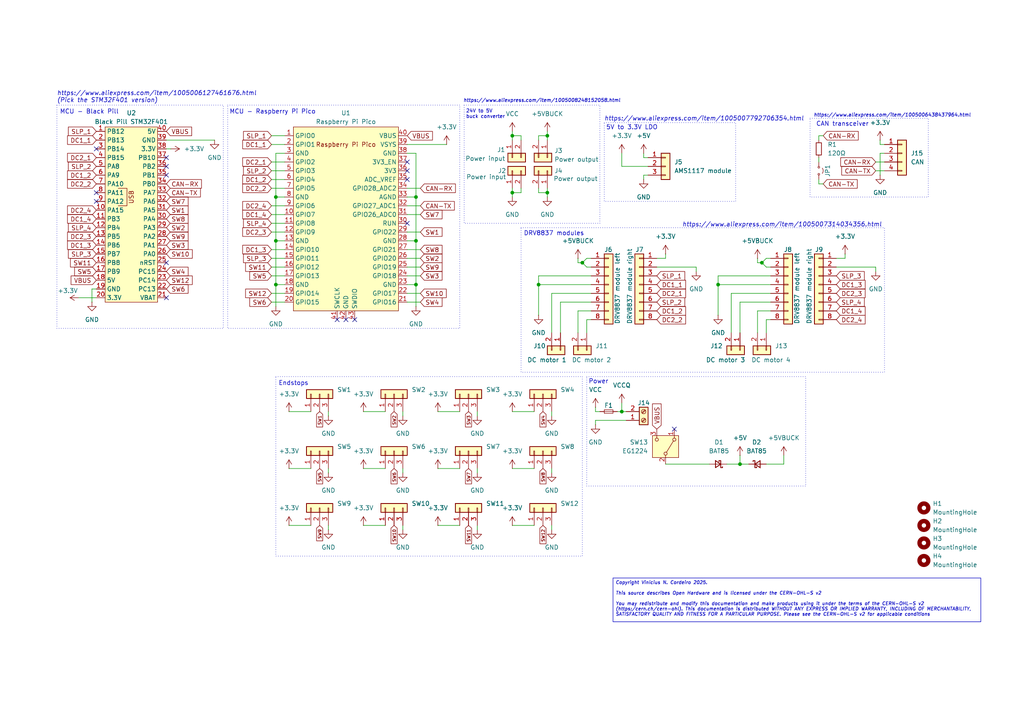
<source format=kicad_sch>
(kicad_sch (version 20231120) (generator "eeschema") (generator_version "8.0")
  (paper "A4")
  (title_block (title "BoxTurtle DC motors standalone board") (date "2025-02-03") (rev "2.1"))
  (lib_symbols
    (symbol "Connector:Screw_Terminal_01x02" (pin_names (offset 1.016) hide)
      (property "Reference" "J" (at 0 2.54 0))
      (property "Value" "Screw_Terminal_01x02" (at 0 -5.08 0))
      (symbol "Screw_Terminal_01x02_1_1"
        (pin passive line (at -5.08 0 0) (length 3.81) (name "Pin_1") (number "1"))
        (pin passive line (at -5.08 -2.54 0) (length 3.81) (name "Pin_2") (number "2"))
      )
    )
    (symbol "Connector_Generic:Conn_01x02" (pin_names (offset 1.016) hide)
      (property "Reference" "J" (at 0 2.54 0))
      (property "Value" "Conn_01x02" (at 0 -5.08 0))
      (symbol "Conn_01x02_1_1"
        (pin passive line (at -5.08 0 0) (length 3.81) (name "Pin_1") (number "1"))
        (pin passive line (at -5.08 -2.54 0) (length 3.81) (name "Pin_2") (number "2"))
      )
    )
    (symbol "Connector_Generic:Conn_01x03" (pin_names (offset 1.016) hide)
      (property "Reference" "J" (at 0 5.08 0))
      (property "Value" "Conn_01x03" (at 0 -5.08 0))
      (symbol "Conn_01x03_1_1"
        (pin passive line (at -5.08 2.54 0) (length 3.81) (name "Pin_1") (number "1"))
        (pin passive line (at -5.08 0 0) (length 3.81) (name "Pin_2") (number "2"))
        (pin passive line (at -5.08 -2.54 0) (length 3.81) (name "Pin_3") (number "3"))
      )
    )
    (symbol "Connector_Generic:Conn_01x04" (pin_names (offset 1.016) hide)
      (property "Reference" "J" (at 0 5.08 0))
      (property "Value" "Conn_01x04" (at 0 -7.62 0))
      (symbol "Conn_01x04_1_1"
        (pin passive line (at -5.08 2.54 0) (length 3.81) (name "Pin_1") (number "1"))
        (pin passive line (at -5.08 0 0) (length 3.81) (name "Pin_2") (number "2"))
        (pin passive line (at -5.08 -2.54 0) (length 3.81) (name "Pin_3") (number "3"))
        (pin passive line (at -5.08 -5.08 0) (length 3.81) (name "Pin_4") (number "4"))
      )
    )
    (symbol "Connector_Generic:Conn_01x08" (pin_names (offset 1.016) hide)
      (property "Reference" "J" (at 0 10.16 0))
      (property "Value" "Conn_01x08" (at 0 -12.7 0))
      (symbol "Conn_01x08_1_1"
        (pin passive line (at -5.08 7.62 0) (length 3.81) (name "Pin_1") (number "1"))
        (pin passive line (at -5.08 5.08 0) (length 3.81) (name "Pin_2") (number "2"))
        (pin passive line (at -5.08 2.54 0) (length 3.81) (name "Pin_3") (number "3"))
        (pin passive line (at -5.08 0 0) (length 3.81) (name "Pin_4") (number "4"))
        (pin passive line (at -5.08 -2.54 0) (length 3.81) (name "Pin_5") (number "5"))
        (pin passive line (at -5.08 -5.08 0) (length 3.81) (name "Pin_6") (number "6"))
        (pin passive line (at -5.08 -7.62 0) (length 3.81) (name "Pin_7") (number "7"))
        (pin passive line (at -5.08 -10.16 0) (length 3.81) (name "Pin_8") (number "8"))
      )
    )
    (symbol "Device:D_Schottky_Small" (pin_numbers hide) (pin_names (offset 0.254) hide)
      (property "Reference" "D" (at -1.27 2.032 0))
      (property "Value" "D_Schottky_Small" (at -7.112 -2.032 0))
      (symbol "D_Schottky_Small_1_1"
        (pin passive line (at -2.54 0 0) (length 1.778) (name "K") (number "1"))
        (pin passive line (at 2.54 0 180) (length 1.778) (name "A") (number "2"))
      )
    )
    (symbol "Device:Fuse_Small" (pin_numbers hide) (pin_names (offset 0.254) hide)
      (property "Reference" "F" (at 0 -1.524 0))
      (property "Value" "Fuse_Small" (at 0 1.524 0))
      (symbol "Fuse_Small_1_1"
        (pin passive line (at -2.54 0 0) (length 1.27) (name "~") (number "1"))
        (pin passive line (at 2.54 0 180) (length 1.27) (name "~") (number "2"))
      )
    )
    (symbol "Device:R_Small" (pin_numbers hide) (pin_names (offset 0.254) hide)
      (property "Reference" "R" (at 0.762 0.508 0))
      (property "Value" "R_Small" (at 0.762 -1.016 0))
      (symbol "R_Small_1_1"
        (pin passive line (at 0 2.54 270) (length 0.762) (name "~") (number "1"))
        (pin passive line (at 0 -2.54 90) (length 0.762) (name "~") (number "2"))
      )
    )
    (symbol "Jumper:Jumper_2_Small_Open" (pin_numbers hide) (pin_names (offset 0) hide) (exclude_from_sim yes)
      (property "Reference" "JP" (at 0 2.794 0))
      (property "Value" "Jumper_2_Small_Open" (at 0 -2.286 0))
      (symbol "Jumper_2_Small_Open_1_1"
        (pin passive line (at -2.54 0 0) (length 1.27) (name "A") (number "1"))
        (pin passive line (at 2.54 0 180) (length 1.27) (name "B") (number "2"))
      )
    )
    (symbol "MCU_RaspberryPi_and_Boards:Pico"
      (property "Reference" "U" (at -13.97 27.94 0))
      (property "Value" "Pico" (at 0 19.05 0))
      (symbol "Pico_0_0"
        (text "Raspberry Pi Pico" (at 0 21.59 0) (effects (font (size 1.27 1.27))))
      )
      (symbol "Pico_1_1"
        (pin bidirectional line (at -17.78 24.13 0) (length 2.54) (name "GPIO0") (number "1"))
        (pin bidirectional line (at -17.78 1.27 0) (length 2.54) (name "GPIO7") (number "10"))
        (pin bidirectional line (at -17.78 -1.27 0) (length 2.54) (name "GPIO8") (number "11"))
        (pin bidirectional line (at -17.78 -3.81 0) (length 2.54) (name "GPIO9") (number "12"))
        (pin power_in line (at -17.78 -6.35 0) (length 2.54) (name "GND") (number "13"))
        (pin bidirectional line (at -17.78 -8.89 0) (length 2.54) (name "GPIO10") (number "14"))
        (pin bidirectional line (at -17.78 -11.43 0) (length 2.54) (name "GPIO11") (number "15"))
        (pin bidirectional line (at -17.78 -13.97 0) (length 2.54) (name "GPIO12") (number "16"))
        (pin bidirectional line (at -17.78 -16.51 0) (length 2.54) (name "GPIO13") (number "17"))
        (pin power_in line (at -17.78 -19.05 0) (length 2.54) (name "GND") (number "18"))
        (pin bidirectional line (at -17.78 -21.59 0) (length 2.54) (name "GPIO14") (number "19"))
        (pin bidirectional line (at -17.78 21.59 0) (length 2.54) (name "GPIO1") (number "2"))
        (pin bidirectional line (at -17.78 -24.13 0) (length 2.54) (name "GPIO15") (number "20"))
        (pin bidirectional line (at 17.78 -24.13 180) (length 2.54) (name "GPIO16") (number "21"))
        (pin bidirectional line (at 17.78 -21.59 180) (length 2.54) (name "GPIO17") (number "22"))
        (pin power_in line (at 17.78 -19.05 180) (length 2.54) (name "GND") (number "23"))
        (pin bidirectional line (at 17.78 -16.51 180) (length 2.54) (name "GPIO18") (number "24"))
        (pin bidirectional line (at 17.78 -13.97 180) (length 2.54) (name "GPIO19") (number "25"))
        (pin bidirectional line (at 17.78 -11.43 180) (length 2.54) (name "GPIO20") (number "26"))
        (pin bidirectional line (at 17.78 -8.89 180) (length 2.54) (name "GPIO21") (number "27"))
        (pin power_in line (at 17.78 -6.35 180) (length 2.54) (name "GND") (number "28"))
        (pin bidirectional line (at 17.78 -3.81 180) (length 2.54) (name "GPIO22") (number "29"))
        (pin power_in line (at -17.78 19.05 0) (length 2.54) (name "GND") (number "3"))
        (pin input line (at 17.78 -1.27 180) (length 2.54) (name "RUN") (number "30"))
        (pin bidirectional line (at 17.78 1.27 180) (length 2.54) (name "GPIO26_ADC0") (number "31"))
        (pin bidirectional line (at 17.78 3.81 180) (length 2.54) (name "GPIO27_ADC1") (number "32"))
        (pin power_in line (at 17.78 6.35 180) (length 2.54) (name "AGND") (number "33"))
        (pin bidirectional line (at 17.78 8.89 180) (length 2.54) (name "GPIO28_ADC2") (number "34"))
        (pin power_in line (at 17.78 11.43 180) (length 2.54) (name "ADC_VREF") (number "35"))
        (pin power_in line (at 17.78 13.97 180) (length 2.54) (name "3V3") (number "36"))
        (pin input line (at 17.78 16.51 180) (length 2.54) (name "3V3_EN") (number "37"))
        (pin bidirectional line (at 17.78 19.05 180) (length 2.54) (name "GND") (number "38"))
        (pin power_in line (at 17.78 21.59 180) (length 2.54) (name "VSYS") (number "39"))
        (pin bidirectional line (at -17.78 16.51 0) (length 2.54) (name "GPIO2") (number "4"))
        (pin power_in line (at 17.78 24.13 180) (length 2.54) (name "VBUS") (number "40"))
        (pin input line (at -2.54 -29.21 90) (length 2.54) (name "SWCLK") (number "41"))
        (pin power_in line (at 0 -29.21 90) (length 2.54) (name "GND") (number "42"))
        (pin bidirectional line (at 2.54 -29.21 90) (length 2.54) (name "SWDIO") (number "43"))
        (pin bidirectional line (at -17.78 13.97 0) (length 2.54) (name "GPIO3") (number "5"))
        (pin bidirectional line (at -17.78 11.43 0) (length 2.54) (name "GPIO4") (number "6"))
        (pin bidirectional line (at -17.78 8.89 0) (length 2.54) (name "GPIO5") (number "7"))
        (pin power_in line (at -17.78 6.35 0) (length 2.54) (name "GND") (number "8"))
        (pin bidirectional line (at -17.78 3.81 0) (length 2.54) (name "GPIO6") (number "9"))
      )
    )
    (symbol "MCU_STM32_Boards:Blackpill_STM32F401"
      (property "Reference" "U" (at 0 27.686 0))
      (symbol "Blackpill_STM32F401_1_1"
        (text "USB" (at 0 5.08 900) (effects (font (size 1.27 1.27))))
        (pin input line (at -10.16 24.13 0) (length 2.54) (name "PB12") (number "1"))
        (pin input line (at -10.16 1.27 0) (length 2.54) (name "PA15") (number "10"))
        (pin input line (at -10.16 -1.27 0) (length 2.54) (name "PB3") (number "11"))
        (pin input line (at -10.16 -3.81 0) (length 2.54) (name "PB4") (number "12"))
        (pin input line (at -10.16 -6.35 0) (length 2.54) (name "PB5") (number "13"))
        (pin input line (at -10.16 -8.89 0) (length 2.54) (name "PB6") (number "14"))
        (pin input line (at -10.16 -11.43 0) (length 2.54) (name "PB7") (number "15"))
        (pin input line (at -10.16 -13.97 0) (length 2.54) (name "PB8") (number "16"))
        (pin input line (at -10.16 -16.51 0) (length 2.54) (name "PB9") (number "17"))
        (pin power_in line (at -10.16 -19.05 0) (length 2.54) (name "5V") (number "18"))
        (pin power_in line (at -10.16 -21.59 0) (length 2.54) (name "GND") (number "19"))
        (pin input line (at -10.16 21.59 0) (length 2.54) (name "PB13") (number "2"))
        (pin power_in line (at -10.16 -24.13 0) (length 2.54) (name "3.3V") (number "20"))
        (pin power_in line (at 10.16 -24.13 180) (length 2.54) (name "VBAT") (number "21"))
        (pin input line (at 10.16 -21.59 180) (length 2.54) (name "PC13") (number "22"))
        (pin input line (at 10.16 -19.05 180) (length 2.54) (name "PC14") (number "23"))
        (pin input line (at 10.16 -16.51 180) (length 2.54) (name "PC15") (number "24"))
        (pin input line (at 10.16 -13.97 180) (length 2.54) (name "nRST") (number "25"))
        (pin input line (at 10.16 -11.43 180) (length 2.54) (name "PA0") (number "26"))
        (pin input line (at 10.16 -8.89 180) (length 2.54) (name "PA1") (number "27"))
        (pin input line (at 10.16 -6.35 180) (length 2.54) (name "PA2") (number "28"))
        (pin input line (at 10.16 -3.81 180) (length 2.54) (name "PA3") (number "29"))
        (pin input line (at -10.16 19.05 0) (length 2.54) (name "PB14") (number "3"))
        (pin input line (at 10.16 -1.27 180) (length 2.54) (name "PA4") (number "30"))
        (pin input line (at 10.16 1.27 180) (length 2.54) (name "PA5") (number "31"))
        (pin input line (at 10.16 3.81 180) (length 2.54) (name "PA6") (number "32"))
        (pin input line (at 10.16 6.35 180) (length 2.54) (name "PA7") (number "33"))
        (pin input line (at 10.16 8.89 180) (length 2.54) (name "PB0") (number "34"))
        (pin input line (at 10.16 11.43 180) (length 2.54) (name "PB1") (number "35"))
        (pin input line (at 10.16 13.97 180) (length 2.54) (name "PB2") (number "36"))
        (pin input line (at 10.16 16.51 180) (length 2.54) (name "PB10") (number "37"))
        (pin power_in line (at 10.16 19.05 180) (length 2.54) (name "3.3V") (number "38"))
        (pin power_in line (at 10.16 21.59 180) (length 2.54) (name "GND") (number "39"))
        (pin input line (at -10.16 16.51 0) (length 2.54) (name "PB15") (number "4"))
        (pin power_in line (at 10.16 24.13 180) (length 2.54) (name "5V") (number "40"))
        (pin input line (at -10.16 13.97 0) (length 2.54) (name "PA8") (number "5"))
        (pin input line (at -10.16 11.43 0) (length 2.54) (name "PA9") (number "6"))
        (pin input line (at -10.16 8.89 0) (length 2.54) (name "PA10") (number "7"))
        (pin input line (at -10.16 6.35 0) (length 2.54) (name "PA11") (number "8"))
        (pin input line (at -10.16 3.81 0) (length 2.54) (name "PA12") (number "9"))
      )
    )
    (symbol "Mechanical:MountingHole" (pin_names (offset 1.016)) (exclude_from_sim yes) (in_bom no)
      (property "Reference" "H" (at 0 5.08 0))
      (property "Value" "MountingHole" (at 0 3.175 0))
    )
    (symbol "Switch:SW_SPDT" (pin_names (offset 0) hide)
      (property "Reference" "SW" (at 0 5.08 0))
      (property "Value" "SW_SPDT" (at 0 -5.08 0))
      (symbol "SW_SPDT_1_1"
        (pin passive line (at 5.08 2.54 180) (length 2.54) (name "A") (number "1"))
        (pin passive line (at -5.08 0 0) (length 2.54) (name "B") (number "2"))
        (pin passive line (at 5.08 -2.54 180) (length 2.54) (name "C") (number "3"))
      )
    )
    (symbol "power:+3.3V" (power) (pin_numbers hide) (pin_names (offset 0) hide)
      (property "Value" "+3.3V" (at 0 3.556 0))
      (symbol "+3.3V_1_1"
        (pin power_in line (at 0 0 90) (length 0) (name "~") (number "1"))
      )
    )
    (symbol "power:+5V" (power) (pin_numbers hide) (pin_names (offset 0) hide)
      (property "Value" "+5V" (at 0 3.556 0))
      (symbol "+5V_1_1"
        (pin power_in line (at 0 0 90) (length 0) (name "~") (number "1"))
      )
    )
    (symbol "power:+5VP" (power) (pin_numbers hide) (pin_names (offset 0) hide)
      (property "Value" "+5VP" (at 0 3.556 0))
      (symbol "+5VP_1_1"
        (pin power_in line (at 0 0 90) (length 0) (name "~") (number "1"))
      )
    )
    (symbol "power:GND" (power) (pin_numbers hide) (pin_names (offset 0) hide)
      (property "Value" "GND" (at 0 -3.81 0))
      (symbol "GND_1_1"
        (pin power_in line (at 0 0 270) (length 0) (name "~") (number "1"))
      )
    )
    (symbol "power:VCC" (power) (pin_numbers hide) (pin_names (offset 0) hide)
      (property "Value" "VCC" (at 0 3.556 0))
      (symbol "VCC_1_1"
        (pin power_in line (at 0 0 90) (length 0) (name "~") (number "1"))
      )
    )
    (symbol "power:VCCQ" (power) (pin_numbers hide) (pin_names (offset 0) hide)
      (property "Value" "VCCQ" (at 0 3.556 0))
      (symbol "VCCQ_1_1"
        (pin power_in line (at 0 0 90) (length 0) (name "~") (number "1"))
      )
    )
  )
  (junction (at 120.65 69.85))
  (junction (at 156.21 82.55))
  (junction (at 80.01 57.15))
  (junction (at 80.01 82.55))
  (junction (at 180.34 119.38))
  (junction (at 148.59 55.88))
  (junction (at 158.75 55.88))
  (junction (at 120.65 82.55))
  (junction (at 148.59 39.37))
  (junction (at 208.28 82.55))
  (junction (at 220.98 76.2))
  (junction (at 80.01 69.85))
  (junction (at 158.75 39.37))
  (junction (at 120.65 57.15))
  (junction (at 214.63 134.62))
  (junction (at 168.91 76.2))
  (no_connect (at 48.26 86.36))
  (no_connect (at 48.26 45.72))
  (no_connect (at 48.26 48.26))
  (no_connect (at 27.94 58.42))
  (no_connect (at 118.11 49.53))
  (no_connect (at 118.11 52.07))
  (no_connect (at 195.58 124.46))
  (no_connect (at 48.26 76.2))
  (no_connect (at 27.94 43.18))
  (no_connect (at 118.11 46.99))
  (no_connect (at 102.87 92.71))
  (no_connect (at 27.94 55.88))
  (no_connect (at 100.33 92.71))
  (no_connect (at 48.26 50.8))
  (no_connect (at 118.11 64.77))
  (no_connect (at 97.79 92.71))
  (wire (pts (xy 186.69 44.45) (xy 186.69 45.72)))
  (wire (pts (xy 48.26 43.18) (xy 49.53 43.18)))
  (wire (pts (xy 223.52 87.63) (xy 214.63 87.63)))
  (wire (pts (xy 78.74 46.99) (xy 82.55 46.99)))
  (wire (pts (xy 214.63 134.62) (xy 217.17 134.62)))
  (wire (pts (xy 22.86 86.36) (xy 27.94 86.36)))
  (wire (pts (xy 254 49.53) (xy 256.54 49.53)))
  (wire (pts (xy 156.21 80.01) (xy 156.21 82.55)))
  (wire (pts (xy 118.11 67.31) (xy 121.92 67.31)))
  (wire (pts (xy 171.45 90.17) (xy 167.64 90.17)))
  (wire (pts (xy 83.82 152.4) (xy 90.17 152.4)))
  (wire (pts (xy 223.52 92.71) (xy 222.25 92.71)))
  (wire (pts (xy 180.34 48.26) (xy 187.96 48.26)))
  (wire (pts (xy 171.45 92.71) (xy 170.18 92.71)))
  (wire (pts (xy 83.82 119.38) (xy 90.17 119.38)))
  (wire (pts (xy 238.76 39.37) (xy 237.49 39.37)))
  (wire (pts (xy 237.49 53.34) (xy 237.49 52.07)))
  (wire (pts (xy 162.56 87.63) (xy 162.56 96.52)))
  (wire (pts (xy 120.65 57.15) (xy 120.65 44.45)))
  (wire (pts (xy 158.75 38.1) (xy 158.75 39.37)))
  (wire (pts (xy 148.59 152.4) (xy 154.94 152.4)))
  (wire (pts (xy 160.02 135.89) (xy 160.02 137.16)))
  (wire (pts (xy 170.18 92.71) (xy 170.18 96.52)))
  (wire (pts (xy 118.11 72.39) (xy 121.92 72.39)))
  (wire (pts (xy 208.28 82.55) (xy 223.52 82.55)))
  (wire (pts (xy 156.21 54.61) (xy 156.21 55.88)))
  (wire (pts (xy 242.57 77.47) (xy 254 77.47)))
  (wire (pts (xy 148.59 119.38) (xy 154.94 119.38)))
  (wire (pts (xy 118.11 74.93) (xy 121.92 74.93)))
  (wire (pts (xy 156.21 39.37) (xy 158.75 39.37)))
  (wire (pts (xy 172.72 121.92) (xy 181.61 121.92)))
  (wire (pts (xy 158.75 57.15) (xy 158.75 55.88)))
  (wire (pts (xy 78.74 64.77) (xy 82.55 64.77)))
  (wire (pts (xy 118.11 59.69) (xy 121.92 59.69)))
  (wire (pts (xy 219.71 74.93) (xy 219.71 76.2)))
  (wire (pts (xy 148.59 55.88) (xy 148.59 54.61)))
  (wire (pts (xy 158.75 39.37) (xy 158.75 40.64)))
  (wire (pts (xy 256.54 41.91) (xy 255.27 41.91)))
  (wire (pts (xy 78.74 87.63) (xy 82.55 87.63)))
  (wire (pts (xy 95.25 135.89) (xy 95.25 137.16)))
  (wire (pts (xy 193.04 73.66) (xy 193.04 74.93)))
  (wire (pts (xy 151.13 54.61) (xy 151.13 55.88)))
  (wire (pts (xy 160.02 152.4) (xy 160.02 153.67)))
  (wire (pts (xy 219.71 90.17) (xy 219.71 96.52)))
  (wire (pts (xy 105.41 152.4) (xy 111.76 152.4)))
  (wire (pts (xy 138.43 152.4) (xy 138.43 153.67)))
  (wire (pts (xy 156.21 80.01) (xy 171.45 80.01)))
  (wire (pts (xy 80.01 57.15) (xy 80.01 44.45)))
  (wire (pts (xy 120.65 44.45) (xy 118.11 44.45)))
  (wire (pts (xy 156.21 40.64) (xy 156.21 39.37)))
  (wire (pts (xy 48.26 40.64) (xy 62.23 40.64)))
  (wire (pts (xy 242.57 74.93) (xy 245.11 74.93)))
  (wire (pts (xy 80.01 44.45) (xy 82.55 44.45)))
  (wire (pts (xy 179.07 119.38) (xy 180.34 119.38)))
  (wire (pts (xy 214.63 132.08) (xy 214.63 134.62)))
  (wire (pts (xy 116.84 135.89) (xy 116.84 137.16)))
  (wire (pts (xy 171.45 77.47) (xy 170.18 77.47)))
  (wire (pts (xy 116.84 119.38) (xy 116.84 120.65)))
  (wire (pts (xy 254 78.74) (xy 254 77.47)))
  (wire (pts (xy 210.82 134.62) (xy 214.63 134.62)))
  (wire (pts (xy 78.74 74.93) (xy 82.55 74.93)))
  (wire (pts (xy 156.21 82.55) (xy 156.21 91.44)))
  (wire (pts (xy 80.01 82.55) (xy 80.01 69.85)))
  (wire (pts (xy 120.65 88.9) (xy 120.65 82.55)))
  (wire (pts (xy 105.41 135.89) (xy 111.76 135.89)))
  (wire (pts (xy 172.72 121.92) (xy 172.72 123.19)))
  (wire (pts (xy 156.21 82.55) (xy 171.45 82.55)))
  (wire (pts (xy 219.71 76.2) (xy 220.98 76.2)))
  (wire (pts (xy 148.59 135.89) (xy 154.94 135.89)))
  (wire (pts (xy 80.01 82.55) (xy 82.55 82.55)))
  (wire (pts (xy 116.84 152.4) (xy 116.84 153.67)))
  (wire (pts (xy 27.94 83.82) (xy 26.67 83.82)))
  (wire (pts (xy 237.49 45.72) (xy 237.49 46.99)))
  (wire (pts (xy 120.65 82.55) (xy 120.65 69.85)))
  (wire (pts (xy 190.5 74.93) (xy 193.04 74.93)))
  (wire (pts (xy 160.02 119.38) (xy 160.02 120.65)))
  (wire (pts (xy 118.11 54.61) (xy 121.92 54.61)))
  (wire (pts (xy 186.69 45.72) (xy 187.96 45.72)))
  (wire (pts (xy 78.74 67.31) (xy 82.55 67.31)))
  (wire (pts (xy 256.54 44.45) (xy 255.27 44.45)))
  (wire (pts (xy 173.99 119.38) (xy 172.72 119.38)))
  (wire (pts (xy 214.63 87.63) (xy 214.63 96.52)))
  (wire (pts (xy 118.11 77.47) (xy 121.92 77.47)))
  (wire (pts (xy 118.11 80.01) (xy 121.92 80.01)))
  (wire (pts (xy 255.27 41.91) (xy 255.27 40.64)))
  (wire (pts (xy 208.28 80.01) (xy 223.52 80.01)))
  (wire (pts (xy 118.11 62.23) (xy 121.92 62.23)))
  (wire (pts (xy 238.76 53.34) (xy 237.49 53.34)))
  (wire (pts (xy 95.25 119.38) (xy 95.25 120.65)))
  (wire (pts (xy 223.52 85.09) (xy 212.09 85.09)))
  (wire (pts (xy 80.01 69.85) (xy 80.01 57.15)))
  (wire (pts (xy 187.96 50.8) (xy 186.69 50.8)))
  (wire (pts (xy 80.01 57.15) (xy 82.55 57.15)))
  (wire (pts (xy 170.18 74.93) (xy 171.45 74.93)))
  (wire (pts (xy 201.93 78.74) (xy 201.93 77.47)))
  (wire (pts (xy 255.27 44.45) (xy 255.27 50.8)))
  (wire (pts (xy 78.74 77.47) (xy 82.55 77.47)))
  (wire (pts (xy 222.25 77.47) (xy 220.98 76.2)))
  (wire (pts (xy 80.01 69.85) (xy 82.55 69.85)))
  (wire (pts (xy 138.43 135.89) (xy 138.43 137.16)))
  (wire (pts (xy 208.28 82.55) (xy 208.28 91.44)))
  (wire (pts (xy 186.69 50.8) (xy 186.69 52.07)))
  (wire (pts (xy 223.52 77.47) (xy 222.25 77.47)))
  (wire (pts (xy 167.64 90.17) (xy 167.64 96.52)))
  (wire (pts (xy 160.02 85.09) (xy 160.02 96.52)))
  (wire (pts (xy 222.25 92.71) (xy 222.25 96.52)))
  (wire (pts (xy 95.25 152.4) (xy 95.25 153.67)))
  (wire (pts (xy 167.64 76.2) (xy 168.91 76.2)))
  (wire (pts (xy 227.33 134.62) (xy 222.25 134.62)))
  (wire (pts (xy 171.45 87.63) (xy 162.56 87.63)))
  (wire (pts (xy 180.34 116.84) (xy 180.34 119.38)))
  (wire (pts (xy 193.04 134.62) (xy 205.74 134.62)))
  (wire (pts (xy 254 46.99) (xy 256.54 46.99)))
  (wire (pts (xy 78.74 85.09) (xy 82.55 85.09)))
  (wire (pts (xy 148.59 57.15) (xy 148.59 55.88)))
  (wire (pts (xy 120.65 69.85) (xy 120.65 57.15)))
  (wire (pts (xy 170.18 77.47) (xy 168.91 76.2)))
  (wire (pts (xy 227.33 132.08) (xy 227.33 134.62)))
  (wire (pts (xy 118.11 41.91) (xy 129.54 41.91)))
  (wire (pts (xy 78.74 41.91) (xy 82.55 41.91)))
  (wire (pts (xy 222.25 74.93) (xy 223.52 74.93)))
  (wire (pts (xy 212.09 85.09) (xy 212.09 96.52)))
  (wire (pts (xy 148.59 38.1) (xy 148.59 39.37)))
  (wire (pts (xy 78.74 54.61) (xy 82.55 54.61)))
  (wire (pts (xy 118.11 69.85) (xy 120.65 69.85)))
  (wire (pts (xy 78.74 52.07) (xy 82.55 52.07)))
  (wire (pts (xy 78.74 72.39) (xy 82.55 72.39)))
  (wire (pts (xy 180.34 44.45) (xy 180.34 48.26)))
  (wire (pts (xy 118.11 85.09) (xy 121.92 85.09)))
  (wire (pts (xy 237.49 39.37) (xy 237.49 40.64)))
  (wire (pts (xy 245.11 73.66) (xy 245.11 74.93)))
  (wire (pts (xy 190.5 77.47) (xy 201.93 77.47)))
  (wire (pts (xy 127 152.4) (xy 133.35 152.4)))
  (wire (pts (xy 220.98 76.2) (xy 222.25 74.93)))
  (wire (pts (xy 172.72 119.38) (xy 172.72 118.11)))
  (wire (pts (xy 78.74 49.53) (xy 82.55 49.53)))
  (wire (pts (xy 223.52 90.17) (xy 219.71 90.17)))
  (wire (pts (xy 83.82 135.89) (xy 90.17 135.89)))
  (wire (pts (xy 158.75 55.88) (xy 158.75 54.61)))
  (wire (pts (xy 105.41 119.38) (xy 111.76 119.38)))
  (wire (pts (xy 127 135.89) (xy 133.35 135.89)))
  (wire (pts (xy 118.11 87.63) (xy 121.92 87.63)))
  (wire (pts (xy 168.91 76.2) (xy 170.18 74.93)))
  (wire (pts (xy 78.74 59.69) (xy 82.55 59.69)))
  (wire (pts (xy 78.74 80.01) (xy 82.55 80.01)))
  (wire (pts (xy 156.21 55.88) (xy 158.75 55.88)))
  (wire (pts (xy 118.11 82.55) (xy 120.65 82.55)))
  (wire (pts (xy 167.64 74.93) (xy 167.64 76.2)))
  (wire (pts (xy 208.28 80.01) (xy 208.28 82.55)))
  (wire (pts (xy 180.34 119.38) (xy 181.61 119.38)))
  (wire (pts (xy 138.43 119.38) (xy 138.43 120.65)))
  (wire (pts (xy 171.45 85.09) (xy 160.02 85.09)))
  (wire (pts (xy 151.13 39.37) (xy 148.59 39.37)))
  (wire (pts (xy 148.59 39.37) (xy 148.59 40.64)))
  (wire (pts (xy 127 119.38) (xy 133.35 119.38)))
  (wire (pts (xy 151.13 40.64) (xy 151.13 39.37)))
  (wire (pts (xy 78.74 62.23) (xy 82.55 62.23)))
  (wire (pts (xy 80.01 88.9) (xy 80.01 82.55)))
  (wire (pts (xy 151.13 55.88) (xy 148.59 55.88)))
  (wire (pts (xy 78.74 39.37) (xy 82.55 39.37)))
  (wire (pts (xy 118.11 57.15) (xy 120.65 57.15)))
  (wire (pts (xy 26.67 83.82) (xy 26.67 87.63)))
  (rectangle (start 66.04 30.48) (end 133.35 95.25) (stroke (width 0) (type dot)))
  (rectangle (start 170.18 109.22) (end 233.68 140.97) (stroke (width 0) (type dot)))
  (rectangle (start 175.26 35.56) (end 213.36 58.42) (stroke (width 0) (type dot)))
  (rectangle (start 134.62 30.48) (end 173.99 64.77) (stroke (width 0) (type dot)))
  (rectangle (start 151.13 66.04) (end 256.54 107.95) (stroke (width 0) (type dot)))
  (rectangle (start 80.01 109.22) (end 168.91 161.29) (stroke (width 0) (type dot)))
  (rectangle (start 234.95 34.29) (end 269.24 57.15) (stroke (width 0) (type dot)))
  (rectangle (start 16.51 30.48) (end 64.77 95.25) (stroke (width 0) (type dot)))
  (text_box "Copyright Vinícius N. Cordeiro 2025.\n\nThis source describes Open Hardware and is licensed under the CERN-OHL-S v2\n\nYou may redistribute and modify this documentation and make products using it under the terms of the CERN-OHL-S v2 (https:/cern.ch/cern-ohl). This documentation is distributed WITHOUT ANY EXPRESS OR IMPLIED WARRANTY, INCLUDING OF MERCHANTABILITY, SATISFACTORY QUALITY AND FITNESS FOR A PARTICULAR PURPOSE. Please see the CERN-OHL-S v2 for applicable conditions" (at 177.8 167.64 0) (size 106.68 12.7) (effects (font (size 0.95 0.95) (italic yes)) (justify left top)))
  (text "CAN transceiver" (at 244.348 36.068 0) (effects (font (size 1.27 1.27))))
  (text "MCU - Raspberry Pi Pico" (at 66.548 32.512 0) (effects (font (size 1.27 1.27)) (justify left)))
  (text "https://www.aliexpress.com/item/1005006127461676.html\n(Pick the STM32F401 version)" (at 16.51 28.194 0) (effects (font (size 1.27 1.27) (italic yes)) (justify left)))
  (text "https://www.aliexpress.com/item/1005006438437964.html" (at 235.966 33.528 0) (effects (font (size 1 1) (italic yes)) (justify left)))
  (text "5V to 3.3V LDO" (at 175.768 36.322 0) (effects (font (size 1.27 1.27)) (justify left top)))
  (text "https://www.aliexpress.com/item/1005007792706354.html" (at 175.26 33.782 0) (effects (font (size 1.27 1.27) (italic yes)) (justify left top)))
  (text "MCU - Black Pill" (at 25.908 32.512 0) (effects (font (size 1.27 1.27))))
  (text "https://www.aliexpress.com/item/1005008248152058.html" (at 134.366 28.702 0) (effects (font (size 1 1) (italic yes)) (justify left top)))
  (text "Endstops" (at 80.772 111.252 0) (effects (font (size 1.27 1.27)) (justify left)))
  (text "24V to 5V\nbuck converter" (at 135.128 31.75 0) (effects (font (size 1 1)) (justify left top)))
  (text "DRV8837 modules" (at 151.892 67.056 0) (effects (font (size 1.27 1.27)) (justify left top)))
  (text "https://www.aliexpress.com/item/1005007314034356.html" (at 197.866 64.516 0) (effects (font (size 1.27 1.27) (italic yes)) (justify left top)))
  (text "Power" (at 170.688 110.744 0) (effects (font (size 1.27 1.27)) (justify left)))
  (global_label "DC2_2" (shape input) (at 27.94 53.34 180) (property "Intersheetrefs" "${INTERSHEET_REFS}" (effects (hide yes))))
  (global_label "DC1_4" (shape input) (at 242.57 90.17 0) (property "Intersheetrefs" "${INTERSHEET_REFS}" (effects (hide yes))))
  (global_label "SW8" (shape input) (at 48.26 63.5 0) (property "Intersheetrefs" "${INTERSHEET_REFS}" (effects (hide yes))))
  (global_label "SW6" (shape input) (at 78.74 87.63 180) (property "Intersheetrefs" "${INTERSHEET_REFS}" (effects (hide yes))))
  (global_label "CAN-TX" (shape input) (at 238.76 53.34 0) (property "Intersheetrefs" "${INTERSHEET_REFS}" (effects (hide yes))))
  (global_label "SW7" (shape input) (at 48.26 58.42 0) (property "Intersheetrefs" "${INTERSHEET_REFS}" (effects (hide yes))))
  (global_label "SW4" (shape input) (at 48.26 78.74 0) (property "Intersheetrefs" "${INTERSHEET_REFS}" (effects (hide yes))))
  (global_label "SW3" (shape input) (at 135.89 119.38 270) (effects (font (size 0.9 0.9))) (property "Intersheetrefs" "${INTERSHEET_REFS}" (effects (hide yes))))
  (global_label "CAN-TX" (shape input) (at 48.26 55.88 0) (property "Intersheetrefs" "${INTERSHEET_REFS}" (effects (hide yes))))
  (global_label "SW8" (shape input) (at 121.92 72.39 0) (property "Intersheetrefs" "${INTERSHEET_REFS}" (effects (hide yes))))
  (global_label "SW8" (shape input) (at 157.48 135.89 270) (effects (font (size 0.9 0.9))) (property "Intersheetrefs" "${INTERSHEET_REFS}" (effects (hide yes))))
  (global_label "DC1_3" (shape input) (at 78.74 72.39 180) (property "Intersheetrefs" "${INTERSHEET_REFS}" (effects (hide yes))))
  (global_label "SW10" (shape input) (at 114.3 152.4 270) (effects (font (size 0.9 0.9))) (property "Intersheetrefs" "${INTERSHEET_REFS}" (effects (hide yes))))
  (global_label "SW1" (shape input) (at 48.26 60.96 0) (property "Intersheetrefs" "${INTERSHEET_REFS}" (effects (hide yes))))
  (global_label "SW9" (shape input) (at 92.71 152.4 270) (effects (font (size 0.9 0.9))) (property "Intersheetrefs" "${INTERSHEET_REFS}" (effects (hide yes))))
  (global_label "CAN-TX" (shape input) (at 254 49.53 180) (property "Intersheetrefs" "${INTERSHEET_REFS}" (effects (hide yes))))
  (global_label "SW12" (shape input) (at 48.26 81.28 0) (property "Intersheetrefs" "${INTERSHEET_REFS}" (effects (hide yes))))
  (global_label "SW12" (shape input) (at 157.48 152.4 270) (effects (font (size 0.9 0.9))) (property "Intersheetrefs" "${INTERSHEET_REFS}" (effects (hide yes))))
  (global_label "DC1_2" (shape input) (at 190.5 90.17 0) (property "Intersheetrefs" "${INTERSHEET_REFS}" (effects (hide yes))))
  (global_label "SW7" (shape input) (at 135.89 135.89 270) (effects (font (size 0.9 0.9))) (property "Intersheetrefs" "${INTERSHEET_REFS}" (effects (hide yes))))
  (global_label "SLP_2" (shape input) (at 190.5 87.63 0) (property "Intersheetrefs" "${INTERSHEET_REFS}" (effects (hide yes))))
  (global_label "DC1_4" (shape input) (at 27.94 63.5 180) (property "Intersheetrefs" "${INTERSHEET_REFS}" (effects (hide yes))))
  (global_label "SW9" (shape input) (at 48.26 68.58 0) (property "Intersheetrefs" "${INTERSHEET_REFS}" (effects (hide yes))))
  (global_label "SW4" (shape input) (at 157.48 119.38 270) (effects (font (size 0.9 0.9))) (property "Intersheetrefs" "${INTERSHEET_REFS}" (effects (hide yes))))
  (global_label "SW3" (shape input) (at 121.92 80.01 0) (property "Intersheetrefs" "${INTERSHEET_REFS}" (effects (hide yes))))
  (global_label "DC2_3" (shape input) (at 27.94 68.58 180) (property "Intersheetrefs" "${INTERSHEET_REFS}" (effects (hide yes))))
  (global_label "SLP_2" (shape input) (at 27.94 48.26 180) (property "Intersheetrefs" "${INTERSHEET_REFS}" (effects (hide yes))))
  (global_label "CAN-RX" (shape input) (at 238.76 39.37 0) (property "Intersheetrefs" "${INTERSHEET_REFS}" (effects (hide yes))))
  (global_label "DC1_1" (shape input) (at 190.5 82.55 0) (property "Intersheetrefs" "${INTERSHEET_REFS}" (effects (hide yes))))
  (global_label "DC2_2" (shape input) (at 190.5 92.71 0) (property "Intersheetrefs" "${INTERSHEET_REFS}" (effects (hide yes))))
  (global_label "CAN-RX" (shape input) (at 254 46.99 180) (property "Intersheetrefs" "${INTERSHEET_REFS}" (effects (hide yes))))
  (global_label "DC2_1" (shape input) (at 190.5 85.09 0) (property "Intersheetrefs" "${INTERSHEET_REFS}" (effects (hide yes))))
  (global_label "DC2_4" (shape input) (at 242.57 92.71 0) (property "Intersheetrefs" "${INTERSHEET_REFS}" (effects (hide yes))))
  (global_label "SW2" (shape input) (at 48.26 66.04 0) (property "Intersheetrefs" "${INTERSHEET_REFS}" (effects (hide yes))))
  (global_label "SW9" (shape input) (at 121.92 77.47 0) (property "Intersheetrefs" "${INTERSHEET_REFS}" (effects (hide yes))))
  (global_label "DC2_3" (shape input) (at 78.74 67.31 180) (property "Intersheetrefs" "${INTERSHEET_REFS}" (effects (hide yes))))
  (global_label "DC2_4" (shape input) (at 27.94 60.96 180) (property "Intersheetrefs" "${INTERSHEET_REFS}" (effects (hide yes))))
  (global_label "SW2" (shape input) (at 114.3 119.38 270) (effects (font (size 0.9 0.9))) (property "Intersheetrefs" "${INTERSHEET_REFS}" (effects (hide yes))))
  (global_label "SW4" (shape input) (at 121.92 87.63 0) (property "Intersheetrefs" "${INTERSHEET_REFS}" (effects (hide yes))))
  (global_label "SW5" (shape input) (at 27.94 78.74 180) (property "Intersheetrefs" "${INTERSHEET_REFS}" (effects (hide yes))))
  (global_label "SLP_1" (shape input) (at 190.5 80.01 0) (property "Intersheetrefs" "${INTERSHEET_REFS}" (effects (hide yes))))
  (global_label "SLP_1" (shape input) (at 78.74 39.37 180) (property "Intersheetrefs" "${INTERSHEET_REFS}" (effects (hide yes))))
  (global_label "SW6" (shape input) (at 114.3 135.89 270) (effects (font (size 0.9 0.9))) (property "Intersheetrefs" "${INTERSHEET_REFS}" (effects (hide yes))))
  (global_label "VBUS" (shape input) (at 190.5 124.46 90) (property "Intersheetrefs" "${INTERSHEET_REFS}" (effects (hide yes))))
  (global_label "SLP_1" (shape input) (at 27.94 38.1 180) (property "Intersheetrefs" "${INTERSHEET_REFS}" (effects (hide yes))))
  (global_label "SW11" (shape input) (at 135.89 152.4 270) (effects (font (size 0.9 0.9))) (property "Intersheetrefs" "${INTERSHEET_REFS}" (effects (hide yes))))
  (global_label "SLP_3" (shape input) (at 78.74 74.93 180) (property "Intersheetrefs" "${INTERSHEET_REFS}" (effects (hide yes))))
  (global_label "SLP_3" (shape input) (at 242.57 80.01 0) (property "Intersheetrefs" "${INTERSHEET_REFS}" (effects (hide yes))))
  (global_label "SW1" (shape input) (at 92.71 119.38 270) (effects (font (size 0.9 0.9))) (property "Intersheetrefs" "${INTERSHEET_REFS}" (effects (hide yes))))
  (global_label "SW12" (shape input) (at 78.74 85.09 180) (property "Intersheetrefs" "${INTERSHEET_REFS}" (effects (hide yes))))
  (global_label "SW7" (shape input) (at 121.92 62.23 0) (property "Intersheetrefs" "${INTERSHEET_REFS}" (effects (hide yes))))
  (global_label "CAN-RX" (shape input) (at 48.26 53.34 0) (property "Intersheetrefs" "${INTERSHEET_REFS}" (effects (hide yes))))
  (global_label "DC2_1" (shape input) (at 27.94 45.72 180) (property "Intersheetrefs" "${INTERSHEET_REFS}" (effects (hide yes))))
  (global_label "SLP_4" (shape input) (at 78.74 64.77 180) (property "Intersheetrefs" "${INTERSHEET_REFS}" (effects (hide yes))))
  (global_label "SW5" (shape input) (at 92.71 135.89 270) (effects (font (size 0.9 0.9))) (property "Intersheetrefs" "${INTERSHEET_REFS}" (effects (hide yes))))
  (global_label "VBUS" (shape input) (at 48.26 38.1 0) (property "Intersheetrefs" "${INTERSHEET_REFS}" (effects (hide yes))))
  (global_label "SLP_2" (shape input) (at 78.74 49.53 180) (property "Intersheetrefs" "${INTERSHEET_REFS}" (effects (hide yes))))
  (global_label "DC1_2" (shape input) (at 27.94 50.8 180) (property "Intersheetrefs" "${INTERSHEET_REFS}" (effects (hide yes))))
  (global_label "DC1_1" (shape input) (at 27.94 40.64 180) (property "Intersheetrefs" "${INTERSHEET_REFS}" (effects (hide yes))))
  (global_label "SW3" (shape input) (at 48.26 71.12 0) (property "Intersheetrefs" "${INTERSHEET_REFS}" (effects (hide yes))))
  (global_label "DC2_3" (shape input) (at 242.57 85.09 0) (property "Intersheetrefs" "${INTERSHEET_REFS}" (effects (hide yes))))
  (global_label "DC1_2" (shape input) (at 78.74 52.07 180) (property "Intersheetrefs" "${INTERSHEET_REFS}" (effects (hide yes))))
  (global_label "SW6" (shape input) (at 48.26 83.82 0) (property "Intersheetrefs" "${INTERSHEET_REFS}" (effects (hide yes))))
  (global_label "SW2" (shape input) (at 121.92 74.93 0) (property "Intersheetrefs" "${INTERSHEET_REFS}" (effects (hide yes))))
  (global_label "SW5" (shape input) (at 78.74 80.01 180) (property "Intersheetrefs" "${INTERSHEET_REFS}" (effects (hide yes))))
  (global_label "DC2_2" (shape input) (at 78.74 54.61 180) (property "Intersheetrefs" "${INTERSHEET_REFS}" (effects (hide yes))))
  (global_label "SLP_4" (shape input) (at 27.94 66.04 180) (property "Intersheetrefs" "${INTERSHEET_REFS}" (effects (hide yes))))
  (global_label "CAN-TX" (shape input) (at 121.92 59.69 0) (property "Intersheetrefs" "${INTERSHEET_REFS}" (effects (hide yes))))
  (global_label "DC1_4" (shape input) (at 78.74 62.23 180) (property "Intersheetrefs" "${INTERSHEET_REFS}" (effects (hide yes))))
  (global_label "VBUS" (shape input) (at 118.11 39.37 0) (property "Intersheetrefs" "${INTERSHEET_REFS}" (effects (hide yes))))
  (global_label "CAN-RX" (shape input) (at 121.92 54.61 0) (property "Intersheetrefs" "${INTERSHEET_REFS}" (effects (hide yes))))
  (global_label "SW10" (shape input) (at 121.92 85.09 0) (property "Intersheetrefs" "${INTERSHEET_REFS}" (effects (hide yes))))
  (global_label "SW11" (shape input) (at 27.94 76.2 180) (property "Intersheetrefs" "${INTERSHEET_REFS}" (effects (hide yes))))
  (global_label "DC1_3" (shape input) (at 27.94 71.12 180) (property "Intersheetrefs" "${INTERSHEET_REFS}" (effects (hide yes))))
  (global_label "SLP_4" (shape input) (at 242.57 87.63 0) (property "Intersheetrefs" "${INTERSHEET_REFS}" (effects (hide yes))))
  (global_label "SW11" (shape input) (at 78.74 77.47 180) (property "Intersheetrefs" "${INTERSHEET_REFS}" (effects (hide yes))))
  (global_label "DC1_1" (shape input) (at 78.74 41.91 180) (property "Intersheetrefs" "${INTERSHEET_REFS}" (effects (hide yes))))
  (global_label "SW1" (shape input) (at 121.92 67.31 0) (property "Intersheetrefs" "${INTERSHEET_REFS}" (effects (hide yes))))
  (global_label "DC2_1" (shape input) (at 78.74 46.99 180) (property "Intersheetrefs" "${INTERSHEET_REFS}" (effects (hide yes))))
  (global_label "VBUS" (shape input) (at 27.94 81.28 180) (property "Intersheetrefs" "${INTERSHEET_REFS}" (effects (hide yes))))
  (global_label "DC1_3" (shape input) (at 242.57 82.55 0) (property "Intersheetrefs" "${INTERSHEET_REFS}" (effects (hide yes))))
  (global_label "SLP_3" (shape input) (at 27.94 73.66 180) (property "Intersheetrefs" "${INTERSHEET_REFS}" (effects (hide yes))))
  (global_label "SW10" (shape input) (at 48.26 73.66 0) (property "Intersheetrefs" "${INTERSHEET_REFS}" (effects (hide yes))))
  (global_label "DC2_4" (shape input) (at 78.74 59.69 180) (property "Intersheetrefs" "${INTERSHEET_REFS}" (effects (hide yes))))
  (symbol (lib_id "power:GND") (at 116.84 137.16 0) (unit 1)
    (property "Reference" "#PWR031" (effects (hide yes)))
    (property "Value" "GND" (at 116.84 142.24 0))
    (property "Description" "Power symbol creates a global label with name \"GND\" , ground" (effects (hide yes)))
  )
  (symbol (lib_id "power:GND") (at 26.67 87.63 0) (unit 1)
    (property "Reference" "#PWR050" (effects (hide yes)))
    (property "Value" "GND" (at 26.67 92.71 0))
    (property "Description" "Power symbol creates a global label with name \"GND\" , ground" (effects (hide yes)))
  )
  (symbol (lib_id "Connector_Generic:Conn_01x08") (at 176.53 82.55 0) (unit 1)
    (property "Reference" "J6" (at 175.26 72.3899 0) (effects (justify left)))
    (property "Value" "DRV8837 module left" (at 179.07 93.9799 90) (effects (justify left)))
    (property "Footprint" "Connector_PinSocket_2.54mm:PinSocket_1x08_P2.54mm_Vertical" (effects (hide yes)))
    (property "Description" "Generic connector, single row, 01x08, script generated (kicad-library-utils/schlib/autogen/connector/)" (effects (hide yes)))
  )
  (symbol (lib_id "power:GND") (at 160.02 137.16 0) (unit 1)
    (property "Reference" "#PWR033" (effects (hide yes)))
    (property "Value" "GND" (at 160.02 142.24 0))
    (property "Description" "Power symbol creates a global label with name \"GND\" , ground" (effects (hide yes)))
  )
  (symbol (lib_id "power:+3.3V") (at 83.82 135.89 0) (unit 1)
    (property "Reference" "#PWR026" (effects (hide yes)))
    (property "Value" "+3.3V" (at 83.82 130.81 0))
    (property "Description" "Power symbol creates a global label with name \"+3.3V\"" (effects (hide yes)))
  )
  (symbol (lib_id "power:GND") (at 95.25 137.16 0) (unit 1)
    (property "Reference" "#PWR030" (effects (hide yes)))
    (property "Value" "GND" (at 95.25 142.24 0))
    (property "Description" "Power symbol creates a global label with name \"GND\" , ground" (effects (hide yes)))
  )
  (symbol (lib_id "Mechanical:MountingHole") (at 267.97 162.56 0) (unit 1) (exclude_from_sim yes) (in_bom no)
    (property "Reference" "H4" (at 270.51 161.2899 0) (effects (justify left)))
    (property "Value" "MountingHole" (at 270.51 163.8299 0) (effects (justify left)))
    (property "Footprint" "MountingHole:MountingHole_3.2mm_M3" (effects (hide yes)))
    (property "Description" "Mounting Hole without connection" (effects (hide yes)))
  )
  (symbol (lib_id "power:+3.3V") (at 148.59 119.38 0) (unit 1)
    (property "Reference" "#PWR021" (effects (hide yes)))
    (property "Value" "+3.3V" (at 148.59 114.3 0))
    (property "Description" "Power symbol creates a global label with name \"+3.3V\"" (effects (hide yes)))
  )
  (symbol (lib_id "power:GND") (at 138.43 153.67 0) (unit 1)
    (property "Reference" "#PWR040" (effects (hide yes)))
    (property "Value" "GND" (at 138.43 158.75 0))
    (property "Description" "Power symbol creates a global label with name \"GND\" , ground" (effects (hide yes)))
  )
  (symbol (lib_id "power:GND") (at 160.02 120.65 0) (unit 1)
    (property "Reference" "#PWR025" (effects (hide yes)))
    (property "Value" "GND" (at 160.02 125.73 0))
    (property "Description" "Power symbol creates a global label with name \"GND\" , ground" (effects (hide yes)))
  )
  (symbol (lib_id "power:+3.3V") (at 105.41 119.38 0) (unit 1)
    (property "Reference" "#PWR019" (effects (hide yes)))
    (property "Value" "+3.3V" (at 105.41 114.3 0))
    (property "Description" "Power symbol creates a global label with name \"+3.3V\"" (effects (hide yes)))
  )
  (symbol (lib_id "power:GND") (at 95.25 120.65 0) (unit 1)
    (property "Reference" "#PWR022" (effects (hide yes)))
    (property "Value" "GND" (at 95.25 125.73 0))
    (property "Description" "Power symbol creates a global label with name \"GND\" , ground" (effects (hide yes)))
  )
  (symbol (lib_id "power:GND") (at 158.75 57.15 0) (unit 1)
    (property "Reference" "#PWR04" (effects (hide yes)))
    (property "Value" "GND" (at 158.75 62.23 0))
    (property "Description" "Power symbol creates a global label with name \"GND\" , ground" (effects (hide yes)))
  )
  (symbol (lib_id "power:GND") (at 172.72 123.19 0) (unit 1)
    (property "Reference" "#PWR043" (effects (hide yes)))
    (property "Value" "GND" (at 172.72 128.27 0))
    (property "Description" "Power symbol creates a global label with name \"GND\" , ground" (effects (hide yes)))
  )
  (symbol (lib_id "power:+3.3V") (at 49.53 43.18 270) (unit 1)
    (property "Reference" "#PWR051" (effects (hide yes)))
    (property "Value" "+3.3V" (at 53.34 43.1799 90) (effects (justify left)))
    (property "Description" "Power symbol creates a global label with name \"+3.3V\"" (effects (hide yes)))
  )
  (symbol (lib_id "power:GND") (at 255.27 50.8 0) (unit 1)
    (property "Reference" "#PWR045" (effects (hide yes)))
    (property "Value" "GND" (at 255.27 55.88 0))
    (property "Description" "Power symbol creates a global label with name \"GND\" , ground" (effects (hide yes)))
  )
  (symbol (lib_id "Connector_Generic:Conn_01x03") (at 92.71 147.32 90) (unit 1)
    (property "Reference" "SW9" (at 97.79 146.0499 90) (effects (justify right)))
    (property "Value" "Conn_01x03" (effects (hide yes)))
    (property "Footprint" "Connector_JST:JST_XH_B3B-XH-A_1x03_P2.50mm_Vertical" (effects (hide yes)))
    (property "Description" "Generic connector, single row, 01x03, script generated (kicad-library-utils/schlib/autogen/connector/)" (effects (hide yes)))
  )
  (symbol (lib_id "MCU_STM32_Boards:Blackpill_STM32F401") (at 38.1 62.23 0) (unit 1)
    (property "Reference" "U2" (at 38.1 32.766 0))
    (property "Value" "Black Pill STM32F401" (at 38.1 35.306 0))
    (property "Footprint" "STM32_BlackPill:STM32F401 Black Pill" (effects (hide yes)))
  )
  (symbol (lib_id "Mechanical:MountingHole") (at 267.97 152.4 0) (unit 1) (exclude_from_sim yes) (in_bom no)
    (property "Reference" "H2" (at 270.51 151.1299 0) (effects (justify left)))
    (property "Value" "MountingHole" (at 270.51 153.6699 0) (effects (justify left)))
    (property "Footprint" "MountingHole:MountingHole_3.2mm_M3" (effects (hide yes)))
    (property "Description" "Mounting Hole without connection" (effects (hide yes)))
  )
  (symbol (lib_id "Connector_Generic:Conn_01x03") (at 135.89 147.32 90) (unit 1)
    (property "Reference" "SW11" (at 140.97 146.0499 90) (effects (justify right)))
    (property "Value" "Conn_01x03" (effects (hide yes)))
    (property "Footprint" "Connector_JST:JST_XH_B3B-XH-A_1x03_P2.50mm_Vertical" (effects (hide yes)))
    (property "Description" "Generic connector, single row, 01x03, script generated (kicad-library-utils/schlib/autogen/connector/)" (effects (hide yes)))
  )
  (symbol (lib_id "Connector_Generic:Conn_01x02") (at 148.59 45.72 90) (mirror x) (unit 1)
    (property "Reference" "J1" (at 146.558 43.4339 90) (effects (justify left)))
    (property "Value" "Power input" (at 146.558 45.9739 90) (effects (justify left)))
    (property "Footprint" "Connector_PinSocket_2.54mm:PinSocket_1x02_P2.54mm_Vertical" (effects (hide yes)))
    (property "Description" "Generic connector, single row, 01x02, script generated (kicad-library-utils/schlib/autogen/connector/)" (effects (hide yes)))
  )
  (symbol (lib_id "Connector_Generic:Conn_01x08") (at 228.6 82.55 0) (unit 1)
    (property "Reference" "J8" (at 227.33 72.3899 0) (effects (justify left)))
    (property "Value" "DRV8837 module left" (at 231.14 93.9799 90) (effects (justify left)))
    (property "Footprint" "Connector_PinSocket_2.54mm:PinSocket_1x08_P2.54mm_Vertical" (effects (hide yes)))
    (property "Description" "Generic connector, single row, 01x08, script generated (kicad-library-utils/schlib/autogen/connector/)" (effects (hide yes)))
  )
  (symbol (lib_id "power:VCC") (at 172.72 118.11 0) (unit 1)
    (property "Reference" "#PWR042" (effects (hide yes)))
    (property "Value" "VCC" (at 172.72 113.03 0))
    (property "Description" "Power symbol creates a global label with name \"VCC\"" (effects (hide yes)))
  )
  (symbol (lib_id "Connector_Generic:Conn_01x03") (at 135.89 130.81 90) (unit 1)
    (property "Reference" "SW7" (at 140.97 129.5399 90) (effects (justify right)))
    (property "Value" "Conn_01x03" (effects (hide yes)))
    (property "Footprint" "Connector_JST:JST_XH_B3B-XH-A_1x03_P2.50mm_Vertical" (effects (hide yes)))
    (property "Description" "Generic connector, single row, 01x03, script generated (kicad-library-utils/schlib/autogen/connector/)" (effects (hide yes)))
  )
  (symbol (lib_id "power:+5VP") (at 227.33 132.08 0) (unit 1)
    (property "Reference" "#PWR02" (effects (hide yes)))
    (property "Value" "+5VBUCK" (at 227.33 127 0))
    (property "Description" "Power symbol creates a global label with name \"+5VP\"" (effects (hide yes)))
  )
  (symbol (lib_id "Switch:SW_SPDT") (at 193.04 129.54 270) (mirror x) (unit 1)
    (property "Reference" "SW13" (at 187.96 128.2699 90) (effects (justify right)))
    (property "Value" "EG1224" (at 187.96 130.8099 90) (effects (justify right)))
    (property "Footprint" "Button_Switch_THT:SW_E-Switch_EG1224_SPDT_Angled" (effects (hide yes)))
    (property "Description" "Switch, single pole double throw" (effects (hide yes)))
    (property "LCSC" "C273395" (effects (hide yes)))
  )
  (symbol (lib_id "power:GND") (at 138.43 137.16 0) (unit 1)
    (property "Reference" "#PWR032" (effects (hide yes)))
    (property "Value" "GND" (at 138.43 142.24 0))
    (property "Description" "Power symbol creates a global label with name \"GND\" , ground" (effects (hide yes)))
  )
  (symbol (lib_id "power:GND") (at 62.23 40.64 0) (unit 1)
    (property "Reference" "#PWR049" (effects (hide yes)))
    (property "Value" "GND" (at 62.23 45.72 0))
    (property "Description" "Power symbol creates a global label with name \"GND\" , ground" (effects (hide yes)))
  )
  (symbol (lib_id "Mechanical:MountingHole") (at 267.97 147.32 0) (unit 1) (exclude_from_sim yes) (in_bom no)
    (property "Reference" "H1" (at 270.51 146.0499 0) (effects (justify left)))
    (property "Value" "MountingHole" (at 270.51 148.5899 0) (effects (justify left)))
    (property "Footprint" "MountingHole:MountingHole_3.2mm_M3" (effects (hide yes)))
    (property "Description" "Mounting Hole without connection" (effects (hide yes)))
  )
  (symbol (lib_id "power:+5V") (at 186.69 44.45 0) (unit 1)
    (property "Reference" "#PWR06" (effects (hide yes)))
    (property "Value" "+5V" (at 186.69 39.37 0))
    (property "Description" "Power symbol creates a global label with name \"+5V\"" (effects (hide yes)))
  )
  (symbol (lib_id "power:+3.3V") (at 22.86 86.36 90) (unit 1)
    (property "Reference" "#PWR048" (effects (hide yes)))
    (property "Value" "+3.3V" (at 22.606 84.3279 90) (effects (justify left)))
    (property "Description" "Power symbol creates a global label with name \"+3.3V\"" (effects (hide yes)))
  )
  (symbol (lib_id "power:+5VP") (at 167.64 74.93 0) (unit 1)
    (property "Reference" "#PWR054" (effects (hide yes)))
    (property "Value" "+5VBUCK" (at 167.64 69.85 0))
    (property "Description" "Power symbol creates a global label with name \"+5VP\"" (effects (hide yes)))
  )
  (symbol (lib_id "Device:R_Small") (at 237.49 43.18 0) (unit 1)
    (property "Reference" "R1" (at 240.03 41.9099 0) (effects (justify left)))
    (property "Value" "120Ω" (at 240.03 44.4499 0) (effects (justify left)))
    (property "Footprint" "Resistor_THT:R_Axial_DIN0204_L3.6mm_D1.6mm_P7.62mm_Horizontal" (effects (hide yes)))
    (property "Description" "Resistor, small symbol" (effects (hide yes)))
  )
  (symbol (lib_id "Connector_Generic:Conn_01x02") (at 170.18 101.6 270) (unit 1)
    (property "Reference" "J11" (at 172.72 100.3299 90) (effects (justify left)))
    (property "Value" "DC motor 2" (at 165.862 104.3939 90) (effects (justify left)))
    (property "Footprint" "Connector_JST:JST_XH_B2B-XH-A_1x02_P2.50mm_Vertical" (effects (hide yes)))
    (property "Description" "Generic connector, single row, 01x02, script generated (kicad-library-utils/schlib/autogen/connector/)" (effects (hide yes)))
  )
  (symbol (lib_id "Connector_Generic:Conn_01x02") (at 148.59 49.53 90) (unit 1)
    (property "Reference" "J2" (at 146.812 49.5301 90) (effects (justify left)))
    (property "Value" "Power input" (at 146.812 51.3081 90) (effects (justify left)))
    (property "Footprint" "Connector_PinSocket_2.54mm:PinSocket_1x02_P2.54mm_Vertical" (effects (hide yes)))
    (property "Description" "Generic connector, single row, 01x02, script generated (kicad-library-utils/schlib/autogen/connector/)" (effects (hide yes)))
  )
  (symbol (lib_id "Device:D_Schottky_Small") (at 208.28 134.62 180) (unit 1)
    (property "Reference" "D1" (at 208.534 128.27 0))
    (property "Value" "BAT85" (at 208.534 130.81 0))
    (property "Footprint" "Diode_THT:D_DO-35_SOD27_P7.62mm_Horizontal" (effects (hide yes)))
    (property "Description" "Schottky diode, small symbol" (effects (hide yes)))
  )
  (symbol (lib_id "power:+3.3V") (at 105.41 152.4 0) (unit 1)
    (property "Reference" "#PWR035" (effects (hide yes)))
    (property "Value" "+3.3V" (at 105.41 147.32 0))
    (property "Description" "Power symbol creates a global label with name \"+3.3V\"" (effects (hide yes)))
  )
  (symbol (lib_id "power:+3.3V") (at 148.59 135.89 0) (unit 1)
    (property "Reference" "#PWR029" (effects (hide yes)))
    (property "Value" "+3.3V" (at 148.59 130.81 0))
    (property "Description" "Power symbol creates a global label with name \"+3.3V\"" (effects (hide yes)))
  )
  (symbol (lib_id "power:GND") (at 138.43 120.65 0) (unit 1)
    (property "Reference" "#PWR024" (effects (hide yes)))
    (property "Value" "GND" (at 138.43 125.73 0))
    (property "Description" "Power symbol creates a global label with name \"GND\" , ground" (effects (hide yes)))
  )
  (symbol (lib_id "Connector_Generic:Conn_01x08") (at 237.49 82.55 0) (mirror y) (unit 1)
    (property "Reference" "J9" (at 238.76 72.3899 0) (effects (justify left)))
    (property "Value" "DRV8837 module right" (at 234.696 93.9799 90) (effects (justify left)))
    (property "Footprint" "Connector_PinSocket_2.54mm:PinSocket_1x08_P2.54mm_Vertical" (effects (hide yes)))
    (property "Description" "Generic connector, single row, 01x08, script generated (kicad-library-utils/schlib/autogen/connector/)" (effects (hide yes)))
  )
  (symbol (lib_id "Connector_Generic:Conn_01x02") (at 222.25 101.6 270) (unit 1)
    (property "Reference" "J13" (at 224.79 100.3299 90) (effects (justify left)))
    (property "Value" "DC motor 4" (at 217.932 104.3939 90) (effects (justify left)))
    (property "Footprint" "Connector_JST:JST_XH_B2B-XH-A_1x02_P2.50mm_Vertical" (effects (hide yes)))
    (property "Description" "Generic connector, single row, 01x02, script generated (kicad-library-utils/schlib/autogen/connector/)" (effects (hide yes)))
  )
  (symbol (lib_id "Connector_Generic:Conn_01x08") (at 185.42 82.55 0) (mirror y) (unit 1)
    (property "Reference" "J7" (at 186.69 72.3899 0) (effects (justify left)))
    (property "Value" "DRV8837 module right" (at 182.626 93.9799 90) (effects (justify left)))
    (property "Footprint" "Connector_PinSocket_2.54mm:PinSocket_1x08_P2.54mm_Vertical" (effects (hide yes)))
    (property "Description" "Generic connector, single row, 01x08, script generated (kicad-library-utils/schlib/autogen/connector/)" (effects (hide yes)))
  )
  (symbol (lib_id "power:GND") (at 208.28 91.44 0) (unit 1)
    (property "Reference" "#PWR015" (effects (hide yes)))
    (property "Value" "GND" (at 208.28 96.52 0))
    (property "Description" "Power symbol creates a global label with name \"GND\" , ground" (effects (hide yes)))
  )
  (symbol (lib_id "Connector_Generic:Conn_01x02") (at 214.63 101.6 270) (unit 1)
    (property "Reference" "J12" (at 205.994 100.3299 90) (effects (justify left)))
    (property "Value" "DC motor 3" (at 216.154 104.3939 90) (effects (justify right)))
    (property "Footprint" "Connector_JST:JST_XH_B2B-XH-A_1x02_P2.50mm_Vertical" (effects (hide yes)))
    (property "Description" "Generic connector, single row, 01x02, script generated (kicad-library-utils/schlib/autogen/connector/)" (effects (hide yes)))
  )
  (symbol (lib_id "power:VCC") (at 148.59 38.1 0) (unit 1)
    (property "Reference" "#PWR01" (effects (hide yes)))
    (property "Value" "VCC" (at 148.59 33.02 0))
    (property "Description" "Power symbol creates a global label with name \"VCC\"" (effects (hide yes)))
  )
  (symbol (lib_id "power:+3.3V") (at 83.82 119.38 0) (unit 1)
    (property "Reference" "#PWR018" (effects (hide yes)))
    (property "Value" "+3.3V" (at 83.82 114.3 0))
    (property "Description" "Power symbol creates a global label with name \"+3.3V\"" (effects (hide yes)))
  )
  (symbol (lib_id "power:VCCQ") (at 180.34 116.84 0) (unit 1)
    (property "Reference" "#PWR053" (effects (hide yes)))
    (property "Value" "VCCQ" (at 180.34 111.76 0))
    (property "Description" "Power symbol creates a global label with name \"VCCQ\"" (effects (hide yes)))
  )
  (symbol (lib_id "power:GND") (at 254 78.74 0) (unit 1)
    (property "Reference" "#PWR013" (effects (hide yes)))
    (property "Value" "GND" (at 254 83.82 0))
    (property "Description" "Power symbol creates a global label with name \"GND\" , ground" (effects (hide yes)))
  )
  (symbol (lib_id "power:+3.3V") (at 105.41 135.89 0) (unit 1)
    (property "Reference" "#PWR027" (effects (hide yes)))
    (property "Value" "+3.3V" (at 105.41 130.81 0))
    (property "Description" "Power symbol creates a global label with name \"+3.3V\"" (effects (hide yes)))
  )
  (symbol (lib_id "power:+5VP") (at 219.71 74.93 0) (unit 1)
    (property "Reference" "#PWR055" (effects (hide yes)))
    (property "Value" "+5VBUCK" (at 219.71 69.85 0))
    (property "Description" "Power symbol creates a global label with name \"+5VP\"" (effects (hide yes)))
  )
  (symbol (lib_id "Connector_Generic:Conn_01x03") (at 114.3 114.3 90) (unit 1)
    (property "Reference" "SW2" (at 119.38 113.0299 90) (effects (justify right)))
    (property "Value" "Conn_01x03" (effects (hide yes)))
    (property "Footprint" "Connector_JST:JST_XH_B3B-XH-A_1x03_P2.50mm_Vertical" (effects (hide yes)))
    (property "Description" "Generic connector, single row, 01x03, script generated (kicad-library-utils/schlib/autogen/connector/)" (effects (hide yes)))
  )
  (symbol (lib_id "Connector_Generic:Conn_01x04") (at 261.62 44.45 0) (unit 1)
    (property "Reference" "J15" (at 264.16 44.4499 0) (effects (justify left)))
    (property "Value" "CAN" (at 264.16 46.9899 0) (effects (justify left)))
    (property "Footprint" "Connector_PinSocket_2.54mm:PinSocket_1x04_P2.54mm_Vertical" (effects (hide yes)))
    (property "Description" "Generic connector, single row, 01x04, script generated (kicad-library-utils/schlib/autogen/connector/)" (effects (hide yes)))
  )
  (symbol (lib_id "Connector:Screw_Terminal_01x02") (at 186.69 121.92 0) (mirror x) (unit 1)
    (property "Reference" "J14" (at 184.912 116.84 0) (effects (justify left)))
    (property "Value" "Screw_Terminal_01x02" (effects (hide yes)))
    (property "Footprint" "TerminalBlock_Phoenix:TerminalBlock_Phoenix_MKDS-3-2-5.08_1x02_P5.08mm_Horizontal" (effects (hide yes)))
    (property "Description" "Generic screw terminal, single row, 01x02, script generated (kicad-library-utils/schlib/autogen/connector/)" (effects (hide yes)))
  )
  (symbol (lib_id "power:+5VP") (at 158.75 38.1 0) (unit 1)
    (property "Reference" "#PWR052" (effects (hide yes)))
    (property "Value" "+5VBUCK" (at 158.75 33.02 0))
    (property "Description" "Power symbol creates a global label with name \"+5VP\"" (effects (hide yes)))
  )
  (symbol (lib_id "Connector_Generic:Conn_01x03") (at 114.3 147.32 90) (unit 1)
    (property "Reference" "SW10" (at 119.38 146.0499 90) (effects (justify right)))
    (property "Value" "Conn_01x03" (effects (hide yes)))
    (property "Footprint" "Connector_JST:JST_XH_B3B-XH-A_1x03_P2.50mm_Vertical" (effects (hide yes)))
    (property "Description" "Generic connector, single row, 01x03, script generated (kicad-library-utils/schlib/autogen/connector/)" (effects (hide yes)))
  )
  (symbol (lib_id "power:+3.3V") (at 127 119.38 0) (unit 1)
    (property "Reference" "#PWR020" (effects (hide yes)))
    (property "Value" "+3.3V" (at 127 114.3 0))
    (property "Description" "Power symbol creates a global label with name \"+3.3V\"" (effects (hide yes)))
  )
  (symbol (lib_id "power:+3.3V") (at 127 152.4 0) (unit 1)
    (property "Reference" "#PWR036" (effects (hide yes)))
    (property "Value" "+3.3V" (at 127 147.32 0))
    (property "Description" "Power symbol creates a global label with name \"+3.3V\"" (effects (hide yes)))
  )
  (symbol (lib_id "power:+5V") (at 214.63 132.08 0) (unit 1)
    (property "Reference" "#PWR046" (effects (hide yes)))
    (property "Value" "+5V" (at 214.63 127 0))
    (property "Description" "Power symbol creates a global label with name \"+5V\"" (effects (hide yes)))
  )
  (symbol (lib_id "power:GND") (at 95.25 153.67 0) (unit 1)
    (property "Reference" "#PWR038" (effects (hide yes)))
    (property "Value" "GND" (at 95.25 158.75 0))
    (property "Description" "Power symbol creates a global label with name \"GND\" , ground" (effects (hide yes)))
  )
  (symbol (lib_id "Connector_Generic:Conn_01x03") (at 157.48 147.32 90) (unit 1)
    (property "Reference" "SW12" (at 162.56 146.0499 90) (effects (justify right)))
    (property "Value" "Conn_01x03" (effects (hide yes)))
    (property "Footprint" "Connector_JST:JST_XH_B3B-XH-A_1x03_P2.50mm_Vertical" (effects (hide yes)))
    (property "Description" "Generic connector, single row, 01x03, script generated (kicad-library-utils/schlib/autogen/connector/)" (effects (hide yes)))
  )
  (symbol (lib_id "Device:D_Schottky_Small") (at 219.71 134.62 0) (unit 1)
    (property "Reference" "D2" (at 219.456 128.27 0))
    (property "Value" "BAT85" (at 219.456 130.81 0))
    (property "Footprint" "Diode_THT:D_DO-35_SOD27_P7.62mm_Horizontal" (effects (hide yes)))
    (property "Description" "Schottky diode, small symbol" (effects (hide yes)))
  )
  (symbol (lib_id "MCU_RaspberryPi_and_Boards:Pico") (at 100.33 63.5 0) (unit 1)
    (property "Reference" "U1" (at 100.33 32.766 0))
    (property "Value" "Raspberry Pi Pico" (at 100.33 35.306 0))
    (property "Footprint" "Pico:Pico" (effects (hide yes)))
  )
  (symbol (lib_id "power:GND") (at 120.65 88.9 0) (unit 1)
    (property "Reference" "#PWR017" (effects (hide yes)))
    (property "Value" "GND" (at 120.65 93.98 0))
    (property "Description" "Power symbol creates a global label with name \"GND\" , ground" (effects (hide yes)))
  )
  (symbol (lib_id "Connector_Generic:Conn_01x03") (at 114.3 130.81 90) (unit 1)
    (property "Reference" "SW6" (at 119.38 129.5399 90) (effects (justify right)))
    (property "Value" "Conn_01x03" (effects (hide yes)))
    (property "Footprint" "Connector_JST:JST_XH_B3B-XH-A_1x03_P2.50mm_Vertical" (effects (hide yes)))
    (property "Description" "Generic connector, single row, 01x03, script generated (kicad-library-utils/schlib/autogen/connector/)" (effects (hide yes)))
  )
  (symbol (lib_id "Connector_Generic:Conn_01x02") (at 158.75 49.53 270) (mirror x) (unit 1)
    (property "Reference" "J4" (at 160.782 49.5301 90) (effects (justify left)))
    (property "Value" "Power output" (at 160.528 51.8161 90) (effects (justify left)))
    (property "Footprint" "Connector_PinSocket_2.54mm:PinSocket_1x02_P2.54mm_Vertical" (effects (hide yes)))
    (property "Description" "Generic connector, single row, 01x02, script generated (kicad-library-utils/schlib/autogen/connector/)" (effects (hide yes)))
  )
  (symbol (lib_id "Connector_Generic:Conn_01x03") (at 193.04 48.26 0) (unit 1)
    (property "Reference" "J5" (at 195.58 46.9899 0) (effects (justify left)))
    (property "Value" "AMS1117 module" (at 195.58 49.5299 0) (effects (justify left)))
    (property "Footprint" "Connector_PinSocket_2.54mm:PinSocket_1x03_P2.54mm_Vertical" (effects (hide yes)))
    (property "Description" "Generic connector, single row, 01x03, script generated (kicad-library-utils/schlib/autogen/connector/)" (effects (hide yes)))
  )
  (symbol (lib_id "Connector_Generic:Conn_01x03") (at 157.48 130.81 90) (unit 1)
    (property "Reference" "SW8" (at 162.56 129.5399 90) (effects (justify right)))
    (property "Value" "Conn_01x03" (effects (hide yes)))
    (property "Footprint" "Connector_JST:JST_XH_B3B-XH-A_1x03_P2.50mm_Vertical" (effects (hide yes)))
    (property "Description" "Generic connector, single row, 01x03, script generated (kicad-library-utils/schlib/autogen/connector/)" (effects (hide yes)))
  )
  (symbol (lib_id "power:+3.3V") (at 255.27 40.64 0) (unit 1)
    (property "Reference" "#PWR044" (effects (hide yes)))
    (property "Value" "+3.3V" (at 255.27 35.56 0))
    (property "Description" "Power symbol creates a global label with name \"+3.3V\"" (effects (hide yes)))
  )
  (symbol (lib_id "power:GND") (at 201.93 78.74 0) (unit 1)
    (property "Reference" "#PWR012" (effects (hide yes)))
    (property "Value" "GND" (at 201.93 83.82 0))
    (property "Description" "Power symbol creates a global label with name \"GND\" , ground" (effects (hide yes)))
  )
  (symbol (lib_id "Jumper:Jumper_2_Small_Open") (at 237.49 49.53 270) (unit 1) (exclude_from_sim yes)
    (property "Reference" "JP1" (at 240.03 49.53 0))
    (property "Value" "Jumper_2_Small_Open" (effects (hide yes)))
    (property "Footprint" "Connector_PinHeader_2.54mm:PinHeader_1x02_P2.54mm_Vertical" (effects (hide yes)))
    (property "Description" "Jumper, 2-pole, small symbol, open" (effects (hide yes)))
  )
  (symbol (lib_id "Connector_Generic:Conn_01x03") (at 135.89 114.3 90) (unit 1)
    (property "Reference" "SW3" (at 140.97 113.0299 90) (effects (justify right)))
    (property "Value" "Conn_01x03" (effects (hide yes)))
    (property "Footprint" "Connector_JST:JST_XH_B3B-XH-A_1x03_P2.50mm_Vertical" (effects (hide yes)))
    (property "Description" "Generic connector, single row, 01x03, script generated (kicad-library-utils/schlib/autogen/connector/)" (effects (hide yes)))
  )
  (symbol (lib_id "Connector_Generic:Conn_01x02") (at 162.56 101.6 270) (unit 1)
    (property "Reference" "J10" (at 154.686 100.3299 90) (effects (justify left)))
    (property "Value" "DC motor 1" (at 164.338 104.3939 90) (effects (justify right)))
    (property "Footprint" "Connector_JST:JST_XH_B2B-XH-A_1x02_P2.50mm_Vertical" (effects (hide yes)))
    (property "Description" "Generic connector, single row, 01x02, script generated (kicad-library-utils/schlib/autogen/connector/)" (effects (hide yes)))
  )
  (symbol (lib_id "power:GND") (at 148.59 57.15 0) (unit 1)
    (property "Reference" "#PWR03" (effects (hide yes)))
    (property "Value" "GND" (at 148.59 62.23 0))
    (property "Description" "Power symbol creates a global label with name \"GND\" , ground" (effects (hide yes)))
  )
  (symbol (lib_id "Connector_Generic:Conn_01x03") (at 92.71 114.3 90) (unit 1)
    (property "Reference" "SW1" (at 97.79 113.0299 90) (effects (justify right)))
    (property "Value" "Conn_01x03" (effects (hide yes)))
    (property "Footprint" "Connector_JST:JST_XH_B3B-XH-A_1x03_P2.50mm_Vertical" (effects (hide yes)))
    (property "Description" "Generic connector, single row, 01x03, script generated (kicad-library-utils/schlib/autogen/connector/)" (effects (hide yes)))
  )
  (symbol (lib_id "power:+3.3V") (at 148.59 152.4 0) (unit 1)
    (property "Reference" "#PWR037" (effects (hide yes)))
    (property "Value" "+3.3V" (at 148.59 147.32 0))
    (property "Description" "Power symbol creates a global label with name \"+3.3V\"" (effects (hide yes)))
  )
  (symbol (lib_id "power:+3.3V") (at 245.11 73.66 0) (unit 1)
    (property "Reference" "#PWR09" (effects (hide yes)))
    (property "Value" "+3.3V" (at 245.11 68.58 0))
    (property "Description" "Power symbol creates a global label with name \"+3.3V\"" (effects (hide yes)))
  )
  (symbol (lib_id "power:GND") (at 156.21 91.44 0) (unit 1)
    (property "Reference" "#PWR014" (effects (hide yes)))
    (property "Value" "GND" (at 156.21 96.52 0))
    (property "Description" "Power symbol creates a global label with name \"GND\" , ground" (effects (hide yes)))
  )
  (symbol (lib_id "Device:Fuse_Small") (at 176.53 119.38 0) (unit 1)
    (property "Reference" "F1" (at 176.53 117.602 0))
    (property "Value" "Fuse_Small" (effects (hide yes)))
    (property "Footprint" "XF-506P:XF-506P" (effects (hide yes)))
    (property "Description" "Fuse, small symbol" (effects (hide yes)))
  )
  (symbol (lib_id "Connector_Generic:Conn_01x02") (at 158.75 45.72 270) (unit 1)
    (property "Reference" "J3" (at 160.782 43.6879 90) (effects (justify left)))
    (property "Value" "Power output" (at 160.782 46.2279 90) (effects (justify left)))
    (property "Footprint" "Connector_PinSocket_2.54mm:PinSocket_1x02_P2.54mm_Vertical" (effects (hide yes)))
    (property "Description" "Generic connector, single row, 01x02, script generated (kicad-library-utils/schlib/autogen/connector/)" (effects (hide yes)))
  )
  (symbol (lib_id "power:GND") (at 116.84 120.65 0) (unit 1)
    (property "Reference" "#PWR023" (effects (hide yes)))
    (property "Value" "GND" (at 116.84 125.73 0))
    (property "Description" "Power symbol creates a global label with name \"GND\" , ground" (effects (hide yes)))
  )
  (symbol (lib_id "power:GND") (at 116.84 153.67 0) (unit 1)
    (property "Reference" "#PWR039" (effects (hide yes)))
    (property "Value" "GND" (at 116.84 158.75 0))
    (property "Description" "Power symbol creates a global label with name \"GND\" , ground" (effects (hide yes)))
  )
  (symbol (lib_id "Connector_Generic:Conn_01x03") (at 157.48 114.3 90) (unit 1)
    (property "Reference" "SW4" (at 162.56 113.0299 90) (effects (justify right)))
    (property "Value" "Conn_01x03" (effects (hide yes)))
    (property "Footprint" "Connector_JST:JST_XH_B3B-XH-A_1x03_P2.50mm_Vertical" (effects (hide yes)))
    (property "Description" "Generic connector, single row, 01x03, script generated (kicad-library-utils/schlib/autogen/connector/)" (effects (hide yes)))
  )
  (symbol (lib_id "power:+3.3V") (at 127 135.89 0) (unit 1)
    (property "Reference" "#PWR028" (effects (hide yes)))
    (property "Value" "+3.3V" (at 127 130.81 0))
    (property "Description" "Power symbol creates a global label with name \"+3.3V\"" (effects (hide yes)))
  )
  (symbol (lib_id "power:GND") (at 186.69 52.07 0) (unit 1)
    (property "Reference" "#PWR07" (effects (hide yes)))
    (property "Value" "GND" (at 186.69 57.15 0))
    (property "Description" "Power symbol creates a global label with name \"GND\" , ground" (effects (hide yes)))
  )
  (symbol (lib_id "power:+3.3V") (at 193.04 73.66 0) (unit 1)
    (property "Reference" "#PWR08" (effects (hide yes)))
    (property "Value" "+3.3V" (at 193.04 68.58 0))
    (property "Description" "Power symbol creates a global label with name \"+3.3V\"" (effects (hide yes)))
  )
  (symbol (lib_id "power:GND") (at 160.02 153.67 0) (unit 1)
    (property "Reference" "#PWR041" (effects (hide yes)))
    (property "Value" "GND" (at 160.02 158.75 0))
    (property "Description" "Power symbol creates a global label with name \"GND\" , ground" (effects (hide yes)))
  )
  (symbol (lib_id "Connector_Generic:Conn_01x03") (at 92.71 130.81 90) (unit 1)
    (property "Reference" "SW5" (at 97.79 129.5399 90) (effects (justify right)))
    (property "Value" "Conn_01x03" (effects (hide yes)))
    (property "Footprint" "Connector_JST:JST_XH_B3B-XH-A_1x03_P2.50mm_Vertical" (effects (hide yes)))
    (property "Description" "Generic connector, single row, 01x03, script generated (kicad-library-utils/schlib/autogen/connector/)" (effects (hide yes)))
  )
  (symbol (lib_id "power:GND") (at 80.01 88.9 0) (unit 1)
    (property "Reference" "#PWR016" (effects (hide yes)))
    (property "Value" "GND" (at 80.01 93.98 0))
    (property "Description" "Power symbol creates a global label with name \"GND\" , ground" (effects (hide yes)))
  )
  (symbol (lib_id "power:+3.3V") (at 83.82 152.4 0) (unit 1)
    (property "Reference" "#PWR034" (effects (hide yes)))
    (property "Value" "+3.3V" (at 83.82 147.32 0))
    (property "Description" "Power symbol creates a global label with name \"+3.3V\"" (effects (hide yes)))
  )
  (symbol (lib_id "Mechanical:MountingHole") (at 267.97 157.48 0) (unit 1) (exclude_from_sim yes) (in_bom no)
    (property "Reference" "H3" (at 270.51 156.2099 0) (effects (justify left)))
    (property "Value" "MountingHole" (at 270.51 158.7499 0) (effects (justify left)))
    (property "Footprint" "MountingHole:MountingHole_3.2mm_M3" (effects (hide yes)))
    (property "Description" "Mounting Hole without connection" (effects (hide yes)))
  )
  (symbol (lib_id "power:+3.3V") (at 180.34 44.45 0) (unit 1)
    (property "Reference" "#PWR05" (effects (hide yes)))
    (property "Value" "+3.3V" (at 180.34 39.37 0))
    (property "Description" "Power symbol creates a global label with name \"+3.3V\"" (effects (hide yes)))
  )
  (symbol (lib_id "power:+3.3V") (at 129.54 41.91 0) (unit 1)
    (property "Reference" "#PWR047" (effects (hide yes)))
    (property "Value" "+3.3V" (at 129.54 36.83 0))
    (property "Description" "Power symbol creates a global label with name \"+3.3V\"" (effects (hide yes)))
  )
)
</source>
